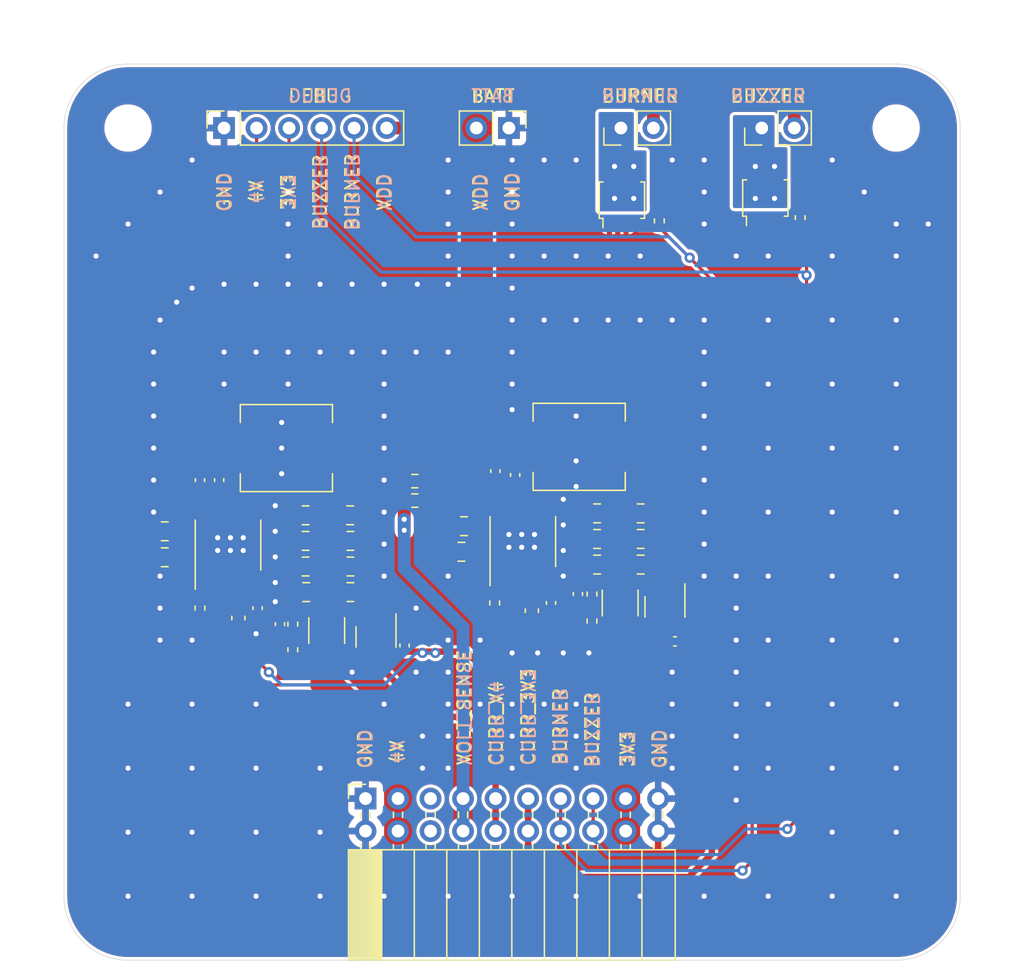
<source format=kicad_pcb>
(kicad_pcb (version 20211014) (generator pcbnew)
  (layers (0 "F.Cu" signal) (31 "B.Cu" signal) (34 "B.Paste" user) (35 "F.Paste" user) (36 "B.SilkS" user "B.Silkscreen") (37 "F.SilkS" user "F.Silkscreen") (38 "B.Mask" user) (39 "F.Mask" user) (44 "Edge.Cuts" user))
  (net 0 "")
  (net 1 "VDD")
  (net 2 "GND")
  (net 3 "/POWER_4V/VREG")
  (net 4 "/POWER_4V/SS")
  (net 5 "Net-(C7-Pad1)")
  (net 6 "Net-(C7-Pad2)")
  (net 7 "Net-(C8-Pad1)")
  (net 8 "/POWER_4V/CUR_P")
  (net 9 "/POWER_3V3/VREG")
  (net 10 "/POWER_3V3/SS")
  (net 11 "Net-(C23-Pad1)")
  (net 12 "Net-(C23-Pad2)")
  (net 13 "Net-(C24-Pad1)")
  (net 14 "/POWER_3V3/CUR_P")
  (net 15 "Net-(J1-Pad1)")
  (net 16 "Net-(J2-Pad1)")
  (net 17 "4V")
  (net 20 "VOLT_SENSE")
  (net 21 "CURR_4V")
  (net 22 "CURR_3V3")
  (net 23 "BURNER")
  (net 24 "BUZZER")
  (net 25 "3V3")
  (net 26 "Net-(R1-Pad2)")
  (net 27 "Net-(R5-Pad2)")
  (footprint "Capacitor_SMD:C_0402_1005Metric" (layer "F.Cu") (at 115.24 67.1 90)
    (fp_text reference "C23" hide)
    (fp_text value "0.1uF")
  )
  (footprint "Capacitor_SMD:C_0805_2012Metric" (layer "F.Cu") (at 98.87 72.25 180)
    (fp_text reference "C14" hide)
    (fp_text value "10uF")
  )
  (footprint "Capacitor_SMD:C_0805_2012Metric" (layer "F.Cu") (at 125.04 72.1)
    (fp_text reference "C26" hide)
    (fp_text value "10uF")
  )
  (footprint "Capacitor_SMD:C_0805_2012Metric" (layer "F.Cu") (at 121.64 72.1 180)
    (fp_text reference "C27" hide)
    (fp_text value "10uF")
  )
  (footprint "Package_TO_SOT_SMD:SOT-23-5" (layer "F.Cu") (at 126.94 77.4 -90)
    (fp_text reference "U3" hide)
    (fp_text value "INA180A3")
  )
  (footprint "Capacitor_SMD:C_0805_2012Metric" (layer "F.Cu") (at 87.87 73.53 180)
    (fp_text reference "C4" hide)
    (fp_text value "10uF")
  )
  (footprint "Package_SO:HSOP-8-1EP_3.9x4.9mm_P1.27mm_EP2.41x3.1mm" (layer "F.Cu") (at 92.81 72.57 90)
    (fp_text reference "U2" hide)
    (fp_text value "BD9D320EFJ")
  )
  (footprint "Package_TO_SOT_SMD:LFPAK33" (layer "F.Cu") (at 134.78 45.665 90)
    (fp_text reference "Q1" hide)
    (fp_text value "PSMN7R0")
  )
  (footprint "Capacitor_SMD:C_0402_1005Metric" (layer "F.Cu") (at 106.6 80.42 90)
    (fp_text reference "C3" hide)
    (fp_text value "0.1uF")
  )
  (footprint "Package_TO_SOT_SMD:LFPAK33" (layer "F.Cu") (at 123.574 45.835 90)
    (fp_text reference "Q2" hide)
    (fp_text value "PSMN7R0")
  )
  (footprint "Capacitor_SMD:C_0402_1005Metric" (layer "F.Cu") (at 113.7 66.8 90)
    (fp_text reference "C22" hide)
    (fp_text value "0.1uF")
  )
  (footprint "Resistor_SMD:R_0402_1005Metric" (layer "F.Cu") (at 121.24 76.4 90)
    (fp_text reference "R6" hide)
    (fp_text value "66.5k")
  )
  (footprint "Capacitor_SMD:C_0805_2012Metric" (layer "F.Cu") (at 87.87 71.5 180)
    (fp_text reference "C1" hide)
    (fp_text value "10uF")
  )
  (footprint "Connector_PinSocket_2.54mm:PinSocket_2x10_P2.54mm_Horizontal" (layer "F.Cu") (at 103.55 92.375 90)
    (fp_text reference "J4" hide)
    (fp_text value "BAKCBONE")
  )
  (footprint "Capacitor_SMD:C_0805_2012Metric" (layer "F.Cu") (at 121.64 70.1 180)
    (fp_text reference "C30" hide)
    (fp_text value "10uF")
  )
  (footprint "Connector_PinSocket_2.54mm:PinSocket_1x06_P2.54mm_Vertical" (layer "F.Cu") (at 92.5 40 90)
    (fp_text reference "J5" hide)
    (fp_text value "DEB")
  )
  (footprint "Resistor_SMD:R_0402_1005Metric" (layer "F.Cu") (at 113.64 77.1 90)
    (fp_text reference "R5" hide)
    (fp_text value "10k")
  )
  (footprint "Resistor_SMD:R_0402_1005Metric" (layer "F.Cu") (at 121.24 78.51 90)
    (fp_text reference "R7" hide)
    (fp_text value "20k")
  )
  (footprint "Package_TO_SOT_SMD:SOT-23-5" (layer "F.Cu") (at 104.37 79.75 -90)
    (fp_text reference "U1" hide)
    (fp_text value "INA180A3")
  )
  (footprint "Capacitor_SMD:C_0805_2012Metric" (layer "F.Cu") (at 102.37 72.25)
    (fp_text reference "C10" hide)
    (fp_text value "10uF")
  )
  (footprint "Capacitor_SMD:C_0805_2012Metric" (layer "F.Cu") (at 125.04 74.1)
    (fp_text reference "C29" hide)
    (fp_text value "10uF")
  )
  (footprint "Capacitor_SMD:C_0402_1005Metric" (layer "F.Cu") (at 92.12 67.5 90)
    (fp_text reference "C7" hide)
    (fp_text value "0.1uF")
  )
  (footprint "Capacitor_SMD:C_0603_1608Metric" (layer "F.Cu") (at 116.54 77.7 -90)
    (fp_text reference "C18" hide)
    (fp_text value "1uF")
  )
  (footprint "Capacitor_SMD:C_0805_2012Metric" (layer "F.Cu") (at 121.64 74.1)
    (fp_text reference "C25" hide)
    (fp_text value "10uF")
  )
  (footprint "Capacitor_SMD:C_0805_2012Metric" (layer "F.Cu") (at 98.87 70.25)
    (fp_text reference "C13" hide)
    (fp_text value "10uF")
  )
  (footprint "Resistor_SMD:R_0402_1005Metric" (layer "F.Cu") (at 126.5 47.25 90)
    (fp_text reference "R10" hide)
    (fp_text value "10k")
  )
  (footprint "Resistor_SMD:R_0603_1608Metric" (layer "F.Cu") (at 107.4 67.58)
    (fp_text reference "R12" hide)
    (fp_text value "55k")
  )
  (footprint "Capacitor_SMD:C_0805_2012Metric" (layer "F.Cu") (at 102.35 70.25)
    (fp_text reference "C11" hide)
    (fp_text value "10uF")
  )
  (footprint "LOCAL:0508" (layer "F.Cu") (at 100.52 79.25 90)
    (fp_text reference "R4" hide)
    (fp_text value "10mOhm")
  )
  (footprint "MountingHole:MountingHole_3.2mm_M3" (layer "F.Cu") (at 85 40)
    (fp_text reference "H1" hide)
    (fp_text value "MountingHole" hide)
  )
  (footprint "MountingHole:MountingHole_3.2mm_M3" (layer "F.Cu") (at 145 40)
    (fp_text reference "H2" hide)
    (fp_text value "MountingHole" hide)
  )
  (footprint "Capacitor_SMD:C_0805_2012Metric" (layer "F.Cu") (at 98.92 76.25 180)
    (fp_text reference "C12" hide)
    (fp_text value "10uF")
  )
  (footprint "Capacitor_SMD:C_0603_1608Metric" (layer "F.Cu") (at 93.62 78.275 -90)
    (fp_text reference "C2" hide)
    (fp_text value "1uF")
  )
  (footprint "LOCAL:0508" (layer "F.Cu") (at 123.44 77.1 90)
    (fp_text reference "R8" hide)
    (fp_text value "10mOhm")
  )
  (footprint "Capacitor_SMD:C_0805_2012Metric" (layer "F.Cu") (at 102.37 76.25 180)
    (fp_text reference "C9" hide)
    (fp_text value "10uF")
  )
  (footprint "Capacitor_SMD:C_0805_2012Metric" (layer "F.Cu") (at 111.04 73.1 180)
    (fp_text reference "C20" hide)
    (fp_text value "10uF")
  )
  (footprint "Capacitor_SMD:C_0805_2012Metric" (layer "F.Cu") (at 98.87 74.25 180)
    (fp_text reference "C15" hide)
    (fp_text value "10uF")
  )
  (footprint "Resistor_SMD:R_0402_1005Metric" (layer "F.Cu") (at 137.5 47 90)
    (fp_text reference "R9" hide)
    (fp_text value "10k")
  )
  (footprint "LOCAL:HM72L-06306R8" (layer "F.Cu") (at 120.24 64.9 180)
    (fp_text reference "L2" hide)
    (fp_text value "6.7uH")
  )
  (footprint "Connector_PinHeader_2.54mm:PinHeader_1x02_P2.54mm_Vertical" (layer "F.Cu") (at 123.5 40 90)
    (fp_text reference "J2" hide)
    (fp_text value "BURNER")
  )
  (footprint "Capacitor_SMD:C_0402_1005Metric" (layer "F.Cu") (at 118.04 77.1 -90)
    (fp_text reference "C21" hide)
    (fp_text value "4.7nF")
  )
  (footprint "Package_SO:HSOP-8-1EP_3.9x4.9mm_P1.27mm_EP2.41x3.1mm" (layer "F.Cu") (at 115.84 72.3 90)
    (fp_text reference "U4" hide)
    (fp_text value "BD9D320EFJ")
  )
  (footprint "Capacitor_SMD:C_0402_1005Metric" (layer "F.Cu") (at 127.72 80.1 180)
    (fp_text reference "C19" hide)
    (fp_text value "0.1uF")
  )
  (footprint "LOCAL:HM72L-06306R8" (layer "F.Cu") (at 97.37 65 180)
    (fp_text reference "L1" hide)
    (fp_text value "6.8uH")
  )
  (footprint "Capacitor_SMD:C_0402_1005Metric" (layer "F.Cu") (at 96.87 78.75 90)
    (fp_text reference "C8" hide)
    (fp_text value "47pF")
  )
  (footprint "Capacitor_SMD:C_0402_1005Metric" (layer "F.Cu") (at 90.62 67.5 90)
    (fp_text reference "C6" hide)
    (fp_text value "0.1uF")
  )
  (footprint "Connector_PinHeader_2.54mm:PinHeader_1x02_P2.54mm_Vertical" (layer "F.Cu") (at 114.75 40 -90)
    (fp_text reference "J3" hide)
    (fp_text value "BATT")
  )
  (footprint "Resistor_SMD:R_0603_1608Metric" (layer "F.Cu") (at 107.4 69.1 180)
    (fp_text reference "R11" hide)
    (fp_text value "55k")
  )
  (footprint "Capacitor_SMD:C_0805_2012Metric" (layer "F.Cu") (at 111.24 71.1 180)
    (fp_text reference "C17" hide)
    (fp_text value "10uF")
  )
  (footprint "Capacitor_SMD:C_0805_2012Metric" (layer "F.Cu") (at 102.37 74.25)
    (fp_text reference "C16" hide)
    (fp_text value "10uF")
  )
  (footprint "Resistor_SMD:R_0402_1005Metric" (layer "F.Cu") (at 97.87 80.75 90)
    (fp_text reference "R3" hide)
    (fp_text value "20k")
  )
  (footprint "Capacitor_SMD:C_0805_2012Metric" (layer "F.Cu") (at 125.04 70.1)
    (fp_text reference "C28" hide)
    (fp_text value "10uF")
  )
  (footprint "Resistor_SMD:R_0402_1005Metric" (layer "F.Cu") (at 97.87 78.75 90)
    (fp_text reference "R2" hide)
    (fp_text value "84.5k")
  )
  (footprint "Resistor_SMD:R_0402_1005Metric" (layer "F.Cu") (at 90.62 77.5 90)
    (fp_text reference "R1" hide)
    (fp_text value "22k")
  )
  (footprint "Capacitor_SMD:C_0402_1005Metric" (layer "F.Cu") (at 120.14 76.4 90)
    (fp_text reference "C24" hide)
    (fp_text value "47pF")
  )
  (footprint "Capacitor_SMD:C_0402_1005Metric" (layer "F.Cu") (at 95.12 77.5 -90)
    (fp_text reference "C5" hide)
    (fp_text value "4.7nF")
  )
  (footprint "Connector_PinHeader_2.54mm:PinHeader_1x02_P2.54mm_Vertical" (layer "F.Cu") (at 134.5 40 90)
    (fp_text reference "J1" hide)
    (fp_text value "BUZZER")
  )
  (gr_arc (start 80 40) (mid 81.464466 36.464466) (end 85 35) (layer "Edge.Cuts") (width 0.05))
  (gr_line (start 150 40) (end 150 100) (layer "Edge.Cuts") (width 0.05))
  (gr_line (start 145 105) (end 85 105) (layer "Edge.Cuts") (width 0.05))
  (gr_line (start 85 35) (end 145 35) (layer "Edge.Cuts") (width 0.05))
  (gr_arc (start 85 105) (mid 81.464466 103.535534) (end 80 100) (layer "Edge.Cuts") (width 0.05))
  (gr_line (start 80 100) (end 80 40) (layer "Edge.Cuts") (width 0.05))
  (gr_arc (start 150 100) (mid 148.535534 103.535534) (end 145 105) (layer "Edge.Cuts") (width 0.05))
  (gr_arc (start 145 35) (mid 148.535534 36.464466) (end 150 40) (layer "Edge.Cuts") (width 0.05))
  (gr_text "DEBUG" (at 100 37.5) (layer "B.SilkS") (effects (font (size 1 1)) (justify mirror)))
  (gr_text "GND" (at 103.5 88.5 -90) (layer "B.SilkS") (effects (font (size 1 1)) (justify mirror)))
  (gr_text "BUZZER" (at 100 45 -90) (layer "B.SilkS") (effects (font (size 1 1)) (justify mirror)))
  (gr_text "CURR_3V3" (at 116.25 86 -90) (layer "B.SilkS") (effects (font (size 1 1)) (justify mirror)))
  (gr_text "BATT" (at 113.5 37.5) (layer "B.SilkS") (effects (font (size 1 1)) (justify mirror)))
  (gr_text "BUZZER" (at 135 37.5) (layer "B.SilkS") (effects (font (size 1 1)) (justify mirror)))
  (gr_text "VDD" (at 112.5 45 -90) (layer "B.SilkS") (effects (font (size 1 1)) (justify mirror)))
  (gr_text "BURNER" (at 125 37.5) (layer "B.SilkS") (effects (font (size 1 1)) (justify mirror)))
  (gr_text "4V" (at 106 88.75 -90) (layer "B.SilkS") (effects (font (size 1 1)) (justify mirror)))
  (gr_text "BUZZER" (at 121.25 87 -90) (layer "B.SilkS") (effects (font (size 1 1)) (justify mirror)))
  (gr_text "GND" (at 92.5 45 -90) (layer "B.SilkS") (effects (font (size 1 1)) (justify mirror)))
  (gr_text "BURNER" (at 118.75 86.75 -90) (layer "B.SilkS") (effects (font (size 1 1)) (justify mirror)))
  (gr_text "4V" (at 95 45 -90) (layer "B.SilkS") (effects (font (size 1 1)) (justify mirror)))
  (gr_text "3V3" (at 124 88.5 -90) (layer "B.SilkS") (effects (font (size 1 1)) (justify mirror)))
  (gr_text "GND" (at 126.5 88.5 -90) (layer "B.SilkS") (effects (font (size 1 1)) (justify mirror)))
  (gr_text "3V3" (at 97.5 45 -90) (layer "B.SilkS") (effects (font (size 1 1)) (justify mirror)))
  (gr_text "VOLT_SENSE" (at 111.25 85.25 -90) (layer "B.SilkS") (effects (font (size 1 1)) (justify mirror)))
  (gr_text "BURNER" (at 102.5 45 -90) (layer "B.SilkS") (effects (font (size 1 1)) (justify mirror)))
  (gr_text "CURR_V4" (at 113.75 86.5 -90) (layer "B.SilkS") (effects (font (size 1 1)) (justify mirror)))
  (gr_text "GND" (at 115 45 -90) (layer "B.SilkS") (effects (font (size 1 1)) (justify mirror)))
  (gr_text "VDD" (at 105 45 -90) (layer "B.SilkS") (effects (font (size 1 1)) (justify mirror)))
  (gr_text "BURNER" (at 125 37.5) (layer "F.SilkS") (effects (font (size 1 1))))
  (gr_text "BUZZER" (at 100 45 90) (layer "F.SilkS") (effects (font (size 1 1))))
  (gr_text "VOLT_SENSE" (at 111.25 85.25 90) (layer "F.SilkS") (effects (font (size 1 1))))
  (gr_text "4V" (at 95 45 90) (layer "F.SilkS") (effects (font (size 1 1))))
  (gr_text "CURR_3V3" (at 116.25 86 90) (layer "F.SilkS") (effects (font (size 1 1))))
  (gr_text "BURNER" (at 102.5 45 90) (layer "F.SilkS") (effects (font (size 1 1))))
  (gr_text "GND" (at 115 45 90) (layer "F.SilkS") (effects (font (size 1 1))))
  (gr_text "BURNER" (at 118.75 86.75 90) (layer "F.SilkS") (effects (font (size 1 1))))
  (gr_text "GND" (at 103.5 88.5 90) (layer "F.SilkS") (effects (font (size 1 1))))
  (gr_text "VDD" (at 105 45 90) (layer "F.SilkS") (effects (font (size 1 1))))
  (gr_text "GND" (at 126.5 88.5 90) (layer "F.SilkS") (effects (font (size 1 1))))
  (gr_text "BUZZER" (at 135 37.5) (layer "F.SilkS") (effects (font (size 1 1))))
  (gr_text "DEBUG" (at 100 37.5) (layer "F.SilkS") (effects (font (size 1 1))))
  (gr_text "3V3" (at 124 88.5 90) (layer "F.SilkS") (effects (font (size 1 1))))
  (gr_text "BUZZER" (at 121.25 87 90) (layer "F.SilkS") (effects (font (size 1 1))))
  (gr_text "VDD" (at 112.5 45 90) (layer "F.SilkS") (effects (font (size 1 1))))
  (gr_text "GND" (at 92.5 45 90) (layer "F.SilkS") (effects (font (size 1 1))))
  (gr_text "4V" (at 106 88.75 90) (layer "F.SilkS") (effects (font (size 1 1))))
  (gr_text "CURR_V4" (at 113.75 86.5 90) (layer "F.SilkS") (effects (font (size 1 1))))
  (gr_text "BATT" (at 113.5 37.5) (layer "F.SilkS") (effects (font (size 1 1))))
  (gr_text "3V3" (at 97.5 45 90) (layer "F.SilkS") (effects (font (size 1 1))))
  (segment (start 112.21 40) (end 112.19 40.02) (width 1) (layer "F.Cu") (net 1))
  (segment (start 126.04 37.04) (end 126 37) (width 1) (layer "F.Cu") (net 1))
  (segment (start 136 37) (end 137.04 38.04) (width 1) (layer "F.Cu") (net 1))
  (segment (start 112.6112 77.61) (end 113.64 77.61) (width 0.25) (layer "F.Cu") (net 1))
  (segment (start 88.82 76.21) (end 88.82 73.53) (width 0.25) (layer "F.Cu") (net 1))
  (segment (start 112.19 69.01) (end 108.315 69.01) (width 1) (layer "F.Cu") (net 1))
  (segment (start 126 37) (end 124.242081 37) (width 1) (layer "F.Cu") (net 1))
  (segment (start 111.99 73.1) (end 111.99 76.9888) (width 0.25) (layer "F.Cu") (net 1))
  (segment (start 112.21 38.797919) (end 114.007919 37) (width 1) (layer "F.Cu") (net 1))
  (segment (start 112 54) (end 112.19 53.81) (width 1) (layer "F.Cu") (net 1))
  (segment (start 90.62 78.01) (end 88.82 76.21) (width 0.25) (layer "F.Cu") (net 1))
  (segment (start 112.21 40) (end 112.21 38.797919) (width 1) (layer "F.Cu") (net 1))
  (segment (start 126.04 40) (end 126.04 37.04) (width 1) (layer "F.Cu") (net 1))
  (segment (start 89.1 71.22) (end 89.1 56.9) (width 1) (layer "F.Cu") (net 1))
  (segment (start 111.99 76.9888) (end 112.6112 77.61) (width 0.25) (layer "F.Cu") (net 1))
  (segment (start 112.19 52.81) (end 112.19 69.01) (width 1) (layer "F.Cu") (net 1))
  (segment (start 112.19 69.01) (end 112.19 71.1) (width 1) (layer "F.Cu") (net 1))
  (segment (start 112.19 40.02) (end 112.19 52.81) (width 1) (layer "F.Cu") (net 1))
  (segment (start 92 54) (end 112 54) (width 1) (layer "F.Cu") (net 1))
  (segment (start 124.242081 37) (end 136 37) (width 1) (layer "F.Cu") (net 1))
  (segment (start 108.315 69.01) (end 108.225 69.1) (width 1) (layer "F.Cu") (net 1))
  (segment (start 114.007919 37) (end 124.242081 37) (width 1) (layer "F.Cu") (net 1))
  (segment (start 112.19 53.81) (end 112.19 52.81) (width 1) (layer "F.Cu") (net 1))
  (segment (start 89.1 56.9) (end 92 54) (width 1) (layer "F.Cu") (net 1))
  (segment (start 112.21 40) (end 105.2 40) (width 1) (layer "F.Cu") (net 1))
  (segment (start 137.04 38.04) (end 137.04 40) (width 1) (layer "F.Cu") (net 1))
  (segment (start 88.82 71.5) (end 89.1 71.22) (width 1) (layer "F.Cu") (net 1))
  (via (at 119 69) (size 0.8) (drill 0.4) (layers "F.Cu" "B.Cu") (net 2))
  (via (at 130 60) (size 0.8) (drill 0.4) (layers "F.Cu" "B.Cu") (net 2))
  (via (at 117.5 42.5) (size 0.8) (drill 0.4) (layers "F.Cu" "B.Cu") (net 2))
  (via (at 130 70) (size 0.8) (drill 0.4) (layers "F.Cu" "B.Cu") (net 2))
  (via (at 127.5 82.5) (size 0.8) (drill 0.4) (layers "F.Cu" "B.Cu") (net 2))
  (via (at 90 95) (size 0.8) (drill 0.4) (layers "F.Cu" "B.Cu") (net 2))
  (via (at 145 85) (size 0.8) (drill 0.4) (layers "F.Cu" "B.Cu") (net 2))
  (via (at 140 65) (size 0.8) (drill 0.4) (layers "F.Cu" "B.Cu") (net 2))
  (via (at 122.5 55) (size 0.8) (drill 0.4) (layers "F.Cu" "B.Cu") (net 2))
  (via (at 108 87.5) (size 0.8) (drill 0.4) (layers "F.Cu" "B.Cu") (net 2))
  (via (at 145 70) (size 0.8) (drill 0.4) (layers "F.Cu" "B.Cu") (net 2))
  (via (at 140 75) (size 0.8) (drill 0.4) (layers "F.Cu" "B.Cu") (net 2))
  (via (at 97.5 45) (size 0.8) (drill 0.4) (layers "F.Cu" "B.Cu") (net 2))
  (via (at 115 90) (size 0.8) (drill 0.4) (layers "F.Cu" "B.Cu") (net 2))
  (via (at 90 80) (size 0.8) (drill 0.4) (layers "F.Cu" "B.Cu") (net 2))
  (via (at 105 85) (size 0.8) (drill 0.4) (layers "F.Cu" "B.Cu") (net 2))
  (via (at 115 52.5) (size 0.8) (drill 0.4) (layers "F.Cu" "B.Cu") (net 2))
  (via (at 105 75) (size 0.8) (drill 0.4) (layers "F.Cu" "B.Cu") (net 2))
  (via (at 117.5 55) (size 0.8) (drill 0.4) (layers "F.Cu" "B.Cu") (net 2))
  (via (at 93 73) (size 0.8) (drill 0.4) (layers "F.Cu" "B.Cu") (net 2))
  (via (at 110 45) (size 0.8) (drill 0.4) (layers "F.Cu" "B.Cu") (net 2))
  (via (at 115 50) (size 0.8) (drill 0.4) (layers "F.Cu" "B.Cu") (net 2))
  (via (at 90 52.5) (size 0.8) (drill 0.4) (layers "F.Cu" "B.Cu") (net 2))
  (via (at 115 87.5) (size 0.8) (drill 0.4) (layers "F.Cu" "B.Cu") (net 2))
  (via (at 125 100) (size 0.8) (drill 0.4) (layers "F.Cu" "B.Cu") (net 2))
  (via (at 135 80) (size 0.8) (drill 0.4) (layers "F.Cu" "B.Cu") (net 2))
  (via (at 135 70) (size 0.8) (drill 0.4) (layers "F.Cu" "B.Cu") (net 2))
  (via (at 140 55) (size 0.8) (drill 0.4) (layers "F.Cu" "B.Cu") (net 2))
  (via (at 135 90) (size 0.8) (drill 0.4) (layers "F.Cu" "B.Cu") (net 2))
  (via (at 102.5 52.2) (size 0.8) (drill 0.4) (layers "F.Cu" "B.Cu") (net 2))
  (via (at 115 62) (size 0.8) (drill 0.4) (layers "F.Cu" "B.Cu") (net 2))
  (via (at 117 81) (size 0.8) (drill 0.4) (layers "F.Cu" "B.Cu") (net 2))
  (via (at 132.5 50) (size 0.8) (drill 0.4) (layers "F.Cu" "B.Cu") (net 2))
  (via (at 132.5 87.5) (size 0.8) (drill 0.4) (layers "F.Cu" "B.Cu") (net 2))
  (via (at 145 75) (size 0.8) (drill 0.4) (layers "F.Cu" "B.Cu") (net 2))
  (via (at 92.5 52.2) (size 0.8) (drill 0.4) (layers "F.Cu" "B.Cu") (net 2))
  (via (at 135 100) (size 0.8) (drill 0.4) (layers "F.Cu" "B.Cu") (net 2))
  (via (at 110 82.5) (size 0.8) (drill 0.4) (layers "F.Cu" "B.Cu") (net 2))
  (via (at 115 42.5) (size 0.8) (drill 0.4) (layers "F.Cu" "B.Cu") (net 2))
  (via (at 97.5 60) (size 0.8) (drill 0.4) (layers "F.Cu" "B.Cu") (net 2))
  (via (at 140 85) (size 0.8) (drill 0.4) (layers "F.Cu" "B.Cu") (net 2))
  (via (at 90 85) (size 0.8) (drill 0.4) (layers "F.Cu" "B.Cu") (net 2))
  (via (at 112.5 80) (size 0.8) (drill 0.4) (layers "F.Cu" "B.Cu") (net 2))
  (via (at 100 52.2) (size 0.8) (drill 0.4) (layers "F.Cu" "B.Cu") (net 2))
  (via (at 95 100) (size 0.8) (drill 0.4) (layers "F.Cu" "B.Cu") (net 2))
  (via (at 95 95) (size 0.8) (drill 0.4) (layers "F.Cu" "B.Cu") (net 2))
  (via (at 145 50) (size 0.8) (drill 0.4) (layers "F.Cu" "B.Cu") (net 2))
  (via (at 87 62.5) (size 0.8) (drill 0.4) (layers "F.Cu" "B.Cu") (net 2))
  (via (at 130 45) (size 0.8) (drill 0.4) (layers "F.Cu" "B.Cu") (net 2))
  (via (at 105 57.5) (size 0.8) (drill 0.4) (layers "F.Cu" "B.Cu") (net 2))
  (via (at 132.5 77.5) (size 0.8) (drill 0.4) (layers "F.Cu" "B.Cu") (net 2))
  (via (at 115.75 71.75) (size 0.8) (drill 0.4) (layers "F.Cu" "B.Cu") (net 2))
  (via (at 115 45) (size 0.8) (drill 0.4) (layers "F.Cu" "B.Cu") (net 2))
  (via (at 100 95) (size 0.8) (drill 0.4) (layers "F.Cu" "B.Cu") (net 2))
  (via (at 87 60) (size 0.8) (drill 0.4) (layers "F.Cu" "B.Cu") (net 2))
  (via (at 110 42.5) (size 0.8) (drill 0.4) (layers "F.Cu" "B.Cu") (net 2))
  (via (at 145 95) (size 0.8) (drill 0.4) (layers "F.Cu" "B.Cu") (net 2))
  (via (at 105 60) (size 0.8) (drill 0.4) (layers "F.Cu" "B.Cu") (net 2))
  (via (at 102.5 82.5) (size 0.8) (drill 0.4) (layers "F.Cu" "B.Cu") (net 2))
  (via (at 132.5 92.5) (size 0.8) (drill 0.4) (layers "F.Cu" "B.Cu") (net 2))
  (via (at 130 100) (size 0.8) (drill 0.4) (layers "F.Cu" "B.Cu") (net 2))
  (via (at 92.5 60) (size 0.8) (drill 0.4) (layers "F.Cu" "B.Cu") (net 2))
  (via (at 115 47.5) (size 0.8) (drill 0.4) (layers "F.Cu" "B.Cu") (net 2))
  (via (at 120 50) (size 0.8) (drill 0.4) (layers "F.Cu" "B.Cu") (net 2))
  (via (at 95 90) (size 0.8) (drill 0.4) (layers "F.Cu" "B.Cu") (net 2))
  (via (at 110 75) (size 0.8) (drill 0.4) (layers "F.Cu" "B.Cu") (net 2))
  (via (at 115.75 72.75) (size 0.8) (drill 0.4) (layers "F.Cu" "B.Cu") (net 2))
  (via (at 95 79.5) (size 0.8) (drill 0.4) (layers "F.Cu" "B.Cu") (net 2))
  (via (at 105 62.5) (size 0.8) (drill 0.4) (layers "F.Cu" "B.Cu") (net 2))
  (via (at 95 52.2) (size 0.8) (drill 0.4) (layers "F.Cu" "B.Cu") (net 2))
  (via (at 145 47.5) (size 0.8) (drill 0.4) (layers "F.Cu" "B.Cu") (net 2))
  (via (at 87 70) (size 0.8) (drill 0.4) (layers "F.Cu" "B.Cu") (net 2))
  (via (at 96.5 73.5) (size 0.8) (drill 0.4) (layers "F.Cu" "B.Cu") (net 2))
  (via (at 135 65) (size 0.8) (drill 0.4) (layers "F.Cu" "B.Cu") (net 2))
  (via (at 110 90) (size 0.8) (drill 0.4) (layers "F.Cu" "B.Cu") (net 2))
  (via (at 115 100) (size 0.8) (drill 0.4) (layers "F.Cu" "B.Cu") (net 2))
  (via (at 85 100) (size 0.8) (drill 0.4) (layers "F.Cu" "B.Cu") (net 2))
  (via (at 120 68) (size 0.8) (drill 0.4) (layers "F.Cu" "B.Cu") (net 2))
  (via (at 100 57.5) (size 0.8) (drill 0.4) (layers "F.Cu" "B.Cu") (net 2))
  (via (at 100 90) (size 0.8) (drill 0.4) (layers "F.Cu" "B.Cu") (net 2))
  (via (at 115 81) (size 0.8) (drill 0.4) (layers "F.Cu" "B.Cu") (net 2))
  (via (at 132.5 82.5) (size 0.8) (drill 0.4) (layers "F.Cu" "B.Cu") (net 2))
  (via (at 96.5 71.5) (size 0.8) (drill 0.4) (layers "F.Cu" "B.Cu") (net 2))
  (via (at 140 80) (size 0.8) (drill 0.4) (layers "F.Cu" "B.Cu") (net 2))
  (via (at 110 52.2) (size 0.8) (drill 0.4) (layers "F.Cu" "B.Cu") (net 2))
  (via (at 93 72) (size 0.8) (drill 0.4) (layers "F.Cu" "B.Cu") (net 2))
  (via (at 145 80) (size 0.8) (drill 0.4) (layers "F.Cu" "B.Cu") (net 2))
  (via (at 97 67) (size 0.8) (drill 0.4) (layers "F.Cu" "B.Cu") (net 2))
  (via (at 120 42.5) (size 0.8) (drill 0.4) (layers "F.Cu" "B.Cu") (net 2))
  (via (at 145 55) (size 0.8) (drill 0.4) (layers "F.Cu" "B.Cu") (net 2))
  (via (at 96.5 69.5) (size 0.8) (drill 0.4) (layers "F.Cu" "B.Cu") (net 2))
  (via (at 145 90) (size 0.8) (drill 0.4) (layers "F.Cu" "B.Cu") (net 2))
  (via (at 145 60) (size 0.8) (drill 0.4) (layers "F.Cu" "B.Cu") (net 2))
  (via (at 119 73) (size 0.8) (drill 0.4) (layers "F.Cu" "B.Cu") (net 2))
  (via (at 119 81) (size 0.8) (drill 0.4) (layers "F.Cu" "B.Cu") (net 2))
  (via (at 125 50) (size 0.8) (drill 0.4) (layers "F.Cu" "B.Cu") (net 2))
  (via (at 120 55) (size 0.8) (drill 0.4) (layers "F.Cu" "B.Cu") (net 2))
  (via (at 135 60) (size 0.8) (drill 0.4) (layers "F.Cu" "B.Cu") (net 2))
  (via (at 120 87.5) (size 0.8) (drill 0.4) (layers "F.Cu" "B.Cu") (net 2))
  (via (at 145 100) (size 0.8) (drill 0.4) (layers "F.Cu" "B.Cu") (net 2))
  (via (at 97.5 52.2) (size 0.8) (drill 0.4) (layers "F.Cu" "B.Cu") (net 2))
  (via (at 135 75) (size 0.8) (drill 0.4) (layers "F.Cu" "B.Cu") (net 2))
  (via (at 120 66) (size 0.8) (drill 0.4) (layers "F.Cu" "B.Cu") (net 2))
  (via (at 116.75 71.75) (size 0.8) (drill 0.4) (layers "F.Cu" "B.Cu") (net 2))
  (via (at 135 85) (size 0.8) (drill 0.4) (layers "F.Cu" "B.Cu") (net 2))
  (via (at 130 55) (size 0.8) (drill 0.4) (layers "F.Cu" "B.Cu") (net 2))
  (via (at 140 42.5) (size 0.8) (drill 0.4) (layers "F.Cu" "B.Cu") (net 2))
  (via (at 117.5 50) (size 0.8) (drill 0.4) (layers "F.Cu" "B.Cu") (net 2))
  (via (at 121 81) (size 0.8) (drill 0.4) (layers "F.Cu" "B.Cu") (net 2))
  (via (at 87.5 80) (size 0.8) (drill 0.4) (layers "F.Cu" "B.Cu") (net 2))
  (via (at 127.5 90) (size 0.8) (drill 0.4) (layers "F.Cu" "B.Cu") (net 2))
  (via (at 119 75) (size 0.8) (drill 0.4) (layers "F.Cu" "B.Cu") (net 2))
  (via (at 96.5 77) (size 0.8) (drill 0.4) (layers "F.Cu" "B.Cu") (net 2))
  (via (at 114.75 72.75) (size 0.8) (drill 0.4) (layers "F.Cu" "B.Cu") (net 2))
  (via (at 105 70) (size 0.8) (drill 0.4) (layers "F.Cu" "B.Cu") (net 2))
  (via (at 120 85) (size 0.8) (drill 0.4) (layers "F.Cu" "B.Cu") (net 2))
  (via (at 110 85) (size 0.8) (drill 0.4) (layers "F.Cu" "B.Cu") (net 2))
  (via (at 92.5 57.5) (size 0.8) (drill 0.4) (layers "F.Cu" "B.Cu") (net 2))
  (via (at 130 62.5) (size 0.8) (drill 0.4) (layers "F.Cu" "B.Cu") (net 2))
  (via (at 110 50) (size 0.8) (drill 0.4) (layers "F.Cu" "B.Cu") (net 2))
  (via (at 105 52.2) (size 0.8) (drill 0.4) (layers "F.Cu" "B.Cu") (net 2))
  (via (at 85 85) (size 0.8) (drill 0.4) (layers "F.Cu" "B.Cu") (net 2))
  (via (at 87.5 75) (size 0.8) (drill 0.4) (layers "F.Cu" "B.Cu") (net 2))
  (via (at 97.5 47.5) (size 0.8) (drill 0.4) (layers "F.Cu" "B.Cu") (net 2))
  (via (at 90 42.5) (size 0.8) (drill 0.4) (layers "F.Cu" "B.Cu") (net 2))
  (via (at 85 47.5) (size 0.8) (drill 0.4) (layers "F.Cu" "B.Cu") (net 2))
  (via (at 140 60) (size 0.8) (drill 0.4) (layers "F.Cu" "B.Cu") (net 2))
  (via (at 105 65) (size 0.8) (drill 0.4) (layers "F.Cu" "B.Cu") (net 2))
  (via (at 115 57.5) (size 0.8) (drill 0.4) (layers "F.Cu" "B.Cu") (net 2))
  (via (at 115 85) (size 0.8) (drill 0.4) (layers "F.Cu" "B.Cu") (net 2))
  (via (at 107.6 52.2) (size 0.8) (drill 0.4) (layers "F.Cu" "B.Cu") (net 2))
  (via (at 88.8 53.6) (size 0.8) (drill 0.4) (layers "F.Cu" "B.Cu") (net 2))
  (via (at 87 57.5) (size 0.8) (drill 0.4) (layers "F.Cu" "B.Cu") (net 2))
  (via (at 107.5 77.5) (size 0.8) (drill 0.4) (layers "F.Cu" "B.Cu") (net 2))
  (via (at 110 80) (size 0.8) (drill 0.4) (layers "F.Cu" "B.Cu") (net 2))
  (via (at 95 57.5) (size 0.8) (drill 0.4) (layers "F.Cu" "B.Cu") (net 2))
  (via (at 94 73) (size 0.8) (drill 0.4) (layers "F.Cu" "B.Cu") (net 2))
  (via (at 130 42.5) (size 0.8) (drill 0.4) (layers "F.Cu" "B.Cu") (net 2))
  (via (at 112.5 85) (size 0.8) (drill 0.4) (layers "F.Cu" "B.Cu") (net 2))
  (via (at 110 47.5) (size 0.8) (drill 0.4) (layers "F.Cu" "B.Cu") (net 2))
  (via (at 107.5 57.5) (size 0.8) (drill 0.4) (layers "F.Cu" "B.Cu") (net 2))
  (via (at 114.75 71.75) (size 0.8) (drill 0.4) (layers "F.Cu" "B.Cu") (net 2))
  (via (at 120 100) (size 0.8) (drill 0.4) (layers "F.Cu" "B.Cu") (net 2))
  (via (at 110 100) (size 0.8) (drill 0.4) (layers "F.Cu" "B.Cu") (net 2))
  (via (at 95 85) (size 0.8) (drill 0.4) (layers "F.Cu" "B.Cu") (net 2))
  (via (at 92 73) (size 0.8) (drill 0.4) (layers "F.Cu" "B.Cu") (net 2))
  (via (at 140 100) (size 0.8) (drill 0.4) (layers "F.Cu" "B.Cu") (net 2))
  (via (at 127.5 55) (size 0.8) (drill 0.4) (layers "F.Cu" "B.Cu") (net 2))
  (via (at 142.5 45) (size 0.8) (drill 0.4) (layers "F.Cu" "B.Cu") (net 2))
  (via (at 147.5 47.5) (size 0.8) (drill 0.4) (layers "F.Cu" "B.Cu") (net 2))
  (via (at 130 75) (size 0.8) (drill 0.4) (layers "F.Cu" "B.Cu") (net 2))
  (via (at 96.5 75.5) (size 0.8) (drill 0.4) (layers "F.Cu" "B.Cu") (net 2))
  (via (at 105 72.5) (size 0.8) (drill 0.4) (layers "F.Cu" "B.Cu") (net 2))
  (via (at 135 50) (size 0.8) (drill 0.4) (layers "F.Cu" "B.Cu") (net 2))
  (via (at 97 63) (size 0.8) (drill 0.4) (layers "F.Cu" "B.Cu") (net 2))
  (via (at 87.5 55) (size 0.8) (drill 0.4) (layers "F.Cu" "B.Cu") (net 2))
  (via (at 130 67.5) (size 0.8) (drill 0.4) (layers "F.Cu" "B.Cu") (net 2))
  (via (at 85 90) (size 0.8) (drill 0.4) (layers "F.Cu" "B.Cu") (net 2))
  (via (at 130 72.5) (size 0.8) (drill 0.4) (layers "F.Cu" "B.Cu") (net 2))
  (via (at 117.5 85) (size 0.8) (drill 0.4) (layers "F.Cu" "B.Cu") (net 2))
  (via (at 127.5 87.5) (size 0.8) (drill 0.4) (layers "F.Cu" "B.Cu") (net 2))
  (via (at 105 67.5) (size 0.8) (drill 0.4) (layers "F.Cu" "B.Cu") (net 2))
  (via (at 125 55) (size 0.8) (drill 0.4) (layers "F.Cu" "B.Cu") (net 2))
  (via (at 122.5 50) (size 0.8) (drill 0.4) (layers "F.Cu" "B.Cu") (net 2))
  (via (at 92 72) (size 0.8) (drill 0.4) (layers "F.Cu" "B.Cu") (net 2))
  (via (at 102.5 57.5) (size 0.8) (drill 0.4) (layers "F.Cu" "B.Cu") (net 2))
  (via (at 100 100) (size 0.8) (drill 0.4) (layers "F.Cu" "B.Cu") (net 2))
  (via (at 115 60) (size 0.8) (drill 0.4) (layers "F.Cu" "B.Cu") (net 2))
  (via (at 110 87.5) (size 0.8) (drill 0.4) (layers "F.Cu" "B.Cu") (net 2))
  (via (at 90 90) (size 0.8) (drill 0.4) (layers "F.Cu" "B.Cu") (net 2))
  (via (at 130 65) (size 0.8) (drill 0.4) (layers "F.Cu" "B.Cu") (net 2))
  (via (at 87.5 77.5) (size 0.8) (drill 0.4) (layers "F.Cu" "B.Cu") (net 2))
  (via (at 127.5 42.5) (size 0.8) (drill 0.4) (layers "F.Cu" "B.Cu") (net 2))
  (via (at 108 90) (size 0.8) (drill 0.4) (layers "F.Cu" "B.Cu") (net 2))
  (via (at 97.5 57.5) (size 0.8) (drill 0.4) (layers "F.Cu" "B.Cu") (net 2))
  (via (at 82.5 50) (size 0.8) (drill 0.4) (layers "F.Cu" "B.Cu") (net 2))
  (via (at 87.5 45) (size 0.8) (drill 0.4) (layers "F.Cu" "B.Cu") (net 2))
  (via (at 132.5 90) (size 0.8) (drill 0.4) (layers "F.Cu" "B.Cu") (net 2))
  (via (at 110 57.5) (size 0.8) (drill 0.4) (layers "F.Cu" "B.Cu") (net 2))
  (via (at 85 95) (size 0.8) (drill 0.4) (layers "F.Cu" "B.Cu") (net 2))
  (via (at 130 47.5) (size 0.8) (drill 0.4) (layers "F.Cu" "B.Cu") (net 2))
  (via (at 120 62.5) (size 0.8) (drill 0.4) (layers "F.Cu" "B.Cu") (net 2))
  (via (at 132.5 80) (size 0.8) (drill 0.4) (layers "F.Cu" "B.Cu") (net 2))
  (via (at 120 90) (size 0.8) (drill 0.4) (layers "F.Cu" "B.Cu") (net 2))
  (via (at 87 67.5) (size 0.8) (drill 0.4) (layers "F.Cu" "B.Cu") (net 2))
  (via (at 97.5 50) (size 0.8) (drill 0.4) (layers "F.Cu" "B.Cu") (net 2))
  (via (at 127.5 85) (size 0.8) (drill 0.4) (layers "F.Cu" "B.Cu") (net 2))
  (via (at 140 95) (size 0.8) (drill 0.4) (layers "F.Cu" "B.Cu") (net 2))
  (via (at 135 55) (size 0.8) (drill 0.4) (layers "F.Cu" "B.Cu") (net 2))
  (via (at 105 100) (size 0.8) (drill 0.4) (layers "F.Cu" "B.Cu") (net 2))
  (via (at 90 100) (size 0.8) (drill 0.4) (layers "F.Cu" "B.Cu") (net 2))
  (via (at 140 50) (size 0.8) (drill 0.4) (layers "F.Cu" "B.Cu") (net 2))
  (via (at 119 71) (size 0.8) (drill 0.4) (layers "F.Cu" "B.Cu") (net 2))
  (via (at 94 72) (size 0.8) (drill 0.4) (layers "F.Cu" "B.Cu") (net 2))
  (via (at 87 65) (size 0.8) (drill 0.4) (layers "F.Cu" "B.Cu") (net 2))
  (via (at 132.5 75) (size 0.8) (drill 0.4) (layers "F.Cu" "B.Cu") (net 2))
  (via (at 140 70) (size 0.8) (drill 0.4) (layers "F.Cu" "B.Cu") (net 2))
  (via (at 97 65) (size 0.8) (drill 0.4) (layers "F.Cu" "B.Cu") (net 2))
  (via (at 116.75 72.75) (size 0.8) (drill 0.4) (layers "F.Cu" "B.Cu") (net 2))
  (via (at 107.5 82.5) (size 0.8) (drill 0.4) (layers "F.Cu" "B.Cu") (net 2))
  (via (at 115 55) (size 0.8) (drill 0.4) (layers "F.Cu" "B.Cu") (net 2))
  (via (at 140 90) (size 0.8) (drill 0.4) (layers "F.Cu" "B.Cu") (net 2))
  (via (at 130 57.5) (size 0.8) (drill 0.4) (layers "F.Cu" "B.Cu") (net 2))
  (via (at 145 65) (size 0.8) (drill 0.4) (layers "F.Cu" "B.Cu") (net 2))
  (via (at 132.5 85) (size 0.8) (drill 0.4) (layers "F.Cu" "B.Cu") (net 2))
  (segment (start 93.445 77.325) (end 93.62 77.5) (width 0.75) (layer "F.Cu") (net 3))
  (segment (start 93.445 75.22) (end 93.445 77.325) (width 0.75) (layer "F.Cu") (net 3))
  (segment (start 94.715 75.22) (end 94.715 76.615) (width 0.75) (layer "F.Cu") (net 4))
  (segment (start 94.715 76.615) (end 95.12 77.02) (width 0.75) (layer "F.Cu") (net 4))
  (segment (start 92.12 67.98) (end 92.12 69.865) (width 0.75) (layer "F.Cu") (net 5))
  (segment (start 92.12 69.865) (end 92.175 69.92) (width 0.75) (layer "F.Cu") (net 5))
  (segment (start 97.87 79.26) (end 96.9 79.26) (width 0.25) (layer "F.Cu") (net 7))
  (segment (start 92.175 79.805) (end 92.175 75.22) (width 0.25) (layer "F.Cu") (net 7))
  (segment (start 92.92 80.55) (end 92.175 79.805) (width 0.25) (layer "F.Cu") (net 7))
  (segment (start 96.87 80.2) (end 96.52 80.55) (width 0.25) (layer "F.Cu") (net 7))
  (segment (start 96.52 80.55) (end 92.92 80.55) (width 0.25) (layer "F.Cu") (net 7))
  (segment (start 96.9 79.26) (end 96.87 79.23) (width 0.25) (layer "F.Cu") (net 7))
  (segment (start 96.87 79.23) (end 96.87 80.2) (width 0.25) (layer "F.Cu") (net 7))
  (segment (start 97.87 79.26) (end 97.87 80.24) (width 0.25) (layer "F.Cu") (net 7))
  (segment (start 100.52 78.35) (end 103.1575 78.35) (width 0.25) (layer "F.Cu") (net 8))
  (segment (start 103.1575 78.35) (end 103.42 78.6125) (width 0.25) (layer "F.Cu") (net 8))
  (segment (start 96.87 78.27) (end 100.44 78.27) (width 0.25) (layer "F.Cu") (net 8))
  (segment (start 100.44 78.27) (end 100.52 78.35) (width 0.25) (layer "F.Cu") (net 8))
  (segment (start 116.475 76.86) (end 116.54 76.925) (width 0.5) (layer "F.Cu") (net 9))
  (segment (start 116.475 74.95) (end 116.475 76.86) (width 0.5) (layer "F.Cu") (net 9))
  (segment (start 117.745 74.95) (end 117.745 76.325) (width 0.5) (layer "F.Cu") (net 10))
  (segment (start 117.745 76.325) (end 118.04 76.62) (width 0.5) (layer "F.Cu") (net 10))
  (segment (start 115.205 69.65) (end 115.205 67.615) (width 0.5) (layer "F.Cu") (net 11))
  (segment (start 115.205 67.615) (end 115.24 67.58) (width 0.5) (layer "F.Cu") (net 11))
  (segment (start 120.14 76.88) (end 120.14 78.6) (width 0.25) (layer "F.Cu") (net 13))
  (segment (start 120.17 76.91) (end 120.14 76.88) (width 0.25) (layer "F.Cu") (net 13))
  (segment (start 121.24 76.91) (end 121.24 78) (width 0.25) (layer "F.Cu") (net 13))
  (segment (start 120.14 78.6) (end 118.94 79.8) (width 0.25) (layer "F.Cu") (net 13))
  (segment (start 121.24 76.91) (end 120.17 76.91) (width 0.25) (layer "F.Cu") (net 13))
  (segment (start 118.94 79.8) (end 115.94 79.8) (width 0.25) (layer "F.Cu") (net 13))
  (segment (start 115.205 79.065) (end 115.205 74.95) (width 0.25) (layer "F.Cu") (net 13))
  (segment (start 115.94 79.8) (end 115.205 79.065) (width 0.25) (layer "F.Cu") (net 13))
  (segment (start 125.99 76.2625) (end 123.5025 76.2625) (width 0.25) (layer "F.Cu") (net 14))
  (segment (start 123.5025 76.2625) (end 123.44 76.2) (width 0.25) (layer "F.Cu") (net 14))
  (segment (start 123.16 75.92) (end 123.44 76.2) (width 0.25) (layer "F.Cu") (net 14))
  (segment (start 120.14 75.92) (end 123.16 75.92) (width 0.25) (layer "F.Cu") (net 14))
  (via (at 134 45.5) (size 0.8) (drill 0.4) (layers "F.Cu" "B.Cu") (net 15))
  (via (at 135.5 45.5) (size 0.8) (drill 0.4) (layers "F.Cu" "B.Cu") (net 15))
  (via (at 134 43) (size 0.8) (drill 0.4) (layers "F.Cu" "B.Cu") (net 15))
  (via (at 135.5 43) (size 0.8) (drill 0.4) (layers "F.Cu" "B.Cu") (net 15))
  (via (at 123 45.5) (size 0.8) (drill 0.4) (layers "F.Cu" "B.Cu") (net 16))
  (via (at 123 43) (size 0.8) (drill 0.4) (layers "F.Cu" "B.Cu") (net 16))
  (via (at 124.5 45.5) (size 0.8) (drill 0.4) (layers "F.Cu" "B.Cu") (net 16))
  (via (at 124.5 43) (size 0.8) (drill 0.4) (layers "F.Cu" "B.Cu") (net 16))
  (segment (start 84.5 83.5) (end 99.84 83.5) (width 0.25) (layer "F.Cu") (net 17))
  (segment (start 82.5 54) (end 82.5 81.5) (width 0.25) (layer "F.Cu") (net 17))
  (segment (start 95.04 40) (end 95.04 41.46) (width 0.25) (layer "F.Cu") (net 17))
  (segment (start 100.52 82.82) (end 100.52 80.15) (width 1) (layer "F.Cu") (net 17))
  (segment (start 95.04 41.46) (end 82.5 54) (width 0.25) (layer "F.Cu") (net 17))
  (segment (start 102.92 80.15) (end 100.52 80.15) (width 0.25) (layer "F.Cu") (net 17))
  (segment (start 103.42 80.65) (end 102.92 80.15) (width 0.25) (layer "F.Cu") (net 17))
  (segment (start 106.09 88.39) (end 100.52 82.82) (width 1) (layer "F.Cu") (net 17))
  (segment (start 82.5 81.5) (end 84.5 83.5) (width 0.25) (layer "F.Cu") (net 17))
  (segment (start 99.84 83.5) (end 100.52 82.82) (width 0.25) (layer "F.Cu") (net 17))
  (segment (start 103.42 80.8875) (end 103.42 80.65) (width 0.25) (layer "F.Cu") (net 17))
  (segment (start 106.09 94.915) (end 106.09 88.39) (width 1) (layer "F.Cu") (net 17))
  (segment (start 106.575 70.5646) (end 106.575 71.4214) (width 1) (layer "F.Cu") (net 20))
  (segment (start 106.575 69.1) (end 106.575 67.58) (width 1) (layer "F.Cu") (net 20))
  (segment (start 106.575 69.1) (end 106.575 70.5646) (width 1) (layer "F.Cu") (net 20))
  (via (at 106.575 71.4214) (size 0.8) (drill 0.4) (layers "F.Cu" "B.Cu") (net 20))
  (via (at 106.575 70.5646) (size 0.8) (drill 0.4) (layers "F.Cu" "B.Cu") (net 20))
  (segment (start 106.575 74.3992) (end 111.17 78.9942) (width 1) (layer "B.Cu") (net 20))
  (segment (start 111.17 78.9942) (end 111.17 94.915) (width 1) (layer "B.Cu") (net 20))
  (segment (start 106.575 70.5646) (end 106.575 74.3992) (width 1) (layer "B.Cu") (net 20))
  (segment (start 113.71 88.31) (end 113.71 92.375) (width 0.5) (layer "F.Cu") (net 21))
  (segment (start 108.6 86) (end 111.4 86) (width 0.5) (layer "F.Cu") (net 21))
  (segment (start 111.4 86) (end 113.71 88.31) (width 0.5) (layer "F.Cu") (net 21))
  (segment (start 104.4 81.791228) (end 104.395614 81.795614) (width 0.5) (layer "F.Cu") (net 21))
  (segment (start 105.32 79.376472) (end 104.4 80.296472) (width 0.5) (layer "F.Cu") (net 21))
  (segment (start 113.71 92.375) (end 113.71 94.915) (width 0.5) (layer "F.Cu") (net 21))
  (segment (start 105.32 78.6125) (end 105.32 79.376472) (width 0.5) (layer "F.Cu") (net 21))
  (segment (start 104.4 80.296472) (end 104.4 81.791228) (width 0.5) (layer "F.Cu") (net 21))
  (segment (start 104.395614 81.795614) (end 108.6 86) (width 0.5) (layer "F.Cu") (net 21))
  (segment (start 117.3 98.5) (end 116.25 97.45) (width 0.5) (layer "F.Cu") (net 22))
  (segment (start 116.25 97.45) (end 116.25 92.375) (width 0.5) (layer "F.Cu") (net 22))
  (segment (start 128.8 98.5) (end 117.3 98.5) (width 0.5) (layer "F.Cu") (net 22))
  (segment (start 127.89 76.2625) (end 128.3625 76.2625) (width 0.5) (layer "F.Cu") (net 22))
  (segment (start 128.3625 76.2625) (end 130.6 78.5) (width 0.5) (layer "F.Cu") (net 22))
  (segment (start 130.6 78.5) (end 130.6 96.7) (width 0.5) (layer "F.Cu") (net 22))
  (segment (start 130.6 96.7) (end 128.8 98.5) (width 0.5) (layer "F.Cu") (net 22))
  (segment (start 118.79 94.915) (end 118.79 92.375) (width 0.25) (layer "F.Cu") (net 23))
  (segment (start 126.5 47.76) (end 124.939 47.76) (width 0.25) (layer "F.Cu") (net 23))
  (segment (start 124.939 47.76) (end 124.549 47.37) (width 0.25) (layer "F.Cu") (net 23))
  (segment (start 133.75 55.01) (end 128.87 50.13) (width 0.25) (layer "F.Cu") (net 23))
  (segment (start 133.75 97.25) (end 133.75 55.01) (width 0.25) (layer "F.Cu") (net 23))
  (segment (start 133 98) (end 133.75 97.25) (width 0.25) (layer "F.Cu") (net 23))
  (segment (start 128.87 50.13) (end 126.5 47.76) (width 0.25) (layer "F.Cu") (net 23))
  (via (at 133 98) (size 0.8) (drill 0.4) (layers "F.Cu" "B.Cu") (net 23))
  (via (at 128.87 50.13) (size 0.8) (drill 0.4) (layers "F.Cu" "B.Cu") (net 23))
  (segment (start 107.5 48.5) (end 102.66 43.66) (width 0.25) (layer "B.Cu") (net 23))
  (segment (start 118.79 95.9775) (end 118.79 94.915) (width 0.25) (layer "B.Cu") (net 23))
  (segment (start 133 98) (end 120.8125 98) (width 0.25) (layer "B.Cu") (net 23))
  (segment (start 102.66 43.66) (end 102.66 40) (width 0.25) (layer "B.Cu") (net 23))
  (segment (start 128.87 50.13) (end 127.24 48.5) (width 0.25) (layer "B.Cu") (net 23))
  (segment (start 127.24 48.5) (end 107.5 48.5) (width 0.25) (layer "B.Cu") (net 23))
  (segment (start 120.8125 98) (end 118.79 95.9775) (width 0.25) (layer "B.Cu") (net 23))
  (segment (start 136.5 94.75) (end 138 93.25) (width 0.25) (layer "F.Cu") (net 24))
  (segment (start 137.5 47.51) (end 136.065 47.51) (width 0.25) (layer "F.Cu") (net 24))
  (segment (start 121.33 94.915) (end 121.33 92.375) (width 0.25) (layer "F.Cu") (net 24))
  (segment (start 138 51.5) (end 138 48.01) (width 0.25) (layer "F.Cu") (net 24))
  (segment (start 138 93.25) (end 138 51.5) (width 0.25) (layer "F.Cu") (net 24))
  (segment (start 136.065 47.51) (end 135.755 47.2) (width 0.25) (layer "F.Cu") (net 24))
  (segment (start 138 48.01) (end 137.5 47.51) (width 0.25) (layer "F.Cu") (net 24))
  (via (at 136.5 94.75) (size 0.8) (drill 0.4) (layers "F.Cu" "B.Cu") (net 24))
  (via (at 138 51.5) (size 0.8) (drill 0.4) (layers "F.Cu" "B.Cu") (net 24))
  (segment (start 138 51.5) (end 137.75 51.25) (width 0.25) (layer "B.Cu") (net 24))
  (segment (start 104.75 51.25) (end 100.12 46.62) (width 0.25) (layer "B.Cu") (net 24))
  (segment (start 136.5 94.75) (end 133.25 94.75) (width 0.25) (layer "B.Cu") (net 24))
  (segment (start 137.75 51.25) (end 104.75 51.25) (width 0.25) (layer "B.Cu") (net 24))
  (segment (start 121.33 95.58) (end 121.33 94.915) (width 0.25) (layer "B.Cu") (net 24))
  (segment (start 133.25 94.75) (end 131.25 96.75) (width 0.25) (layer "B.Cu") (net 24))
  (segment (start 100.12 46.62) (end 100.12 40) (width 0.25) (layer "B.Cu") (net 24))
  (segment (start 122.5 96.75) (end 121.33 95.58) (width 0.25) (layer "B.Cu") (net 24))
  (segment (start 131.25 96.75) (end 122.5 96.75) (width 0.25) (layer "B.Cu") (net 24))
  (segment (start 128.2 80.1) (end 128.2 78.8475) (width 0.5) (layer "F.Cu") (net 25))
  (segment (start 106.6 80.9) (end 110.3 80.9) (width 0.5) (layer "F.Cu") (net 25))
  (segment (start 123.44 82.5) (end 123.44 78) (width 1) (layer "F.Cu") (net 25))
  (segment (start 84.5 54.25) (end 84.5 80.5) (width 0.25) (layer "F.Cu") (net 25))
  (segment (start 97.58 41.17) (end 84.5 54.25) (width 0.25) (layer "F.Cu") (net 25))
  (segment (start 125.4525 78) (end 125.99 78.5375) (width 0.25) (layer "F.Cu") (net 25))
  (segment (start 123.87 88.47) (end 123.44 88.04) (width 1) (layer "F.Cu") (net 25))
  (segment (start 97.58 40) (end 97.58 41.17) (width 0.25) (layer "F.Cu") (net 25))
  (segment (start 95.5 82) (end 96 82.5) (width 0.25) (layer "F.Cu") (net 25))
  (segment (start 105.32 80.8875) (end 106.5875 80.8875) (width 0.5) (layer "F.Cu") (net 25))
  (segment (start 110.3 80.9) (end 111.4 80.9) (width 0.5) (layer "F.Cu") (net 25))
  (segment (start 123.08 82.5) (end 123.44 82.14) (width 0.25) (layer "F.Cu") (net 25))
  (segment (start 111.4 80.9) (end 113.04 82.54) (width 0.5) (layer "F.Cu") (net 25))
  (segment (start 125.99 78.5375) (end 127.89 78.5375) (width 0.25) (layer "F.Cu") (net 25))
  (segment (start 113.04 82.54) (end 123.44 82.54) (width 0.5) (layer "F.Cu") (net 25))
  (segment (start 86 82) (end 95.5 82) (width 0.25) (layer "F.Cu") (net 25))
  (segment (start 106.5875 80.8875) (end 106.6 80.9) (width 0.5) (layer "F.Cu") (net 25))
  (segment (start 123.44 88.04) (end 123.44 82.54) (width 1) (layer "F.Cu") (net 25))
  (segment (start 84.5 80.5) (end 86 82) (width 0.25) (layer "F.Cu") (net 25))
  (segment (start 123.87 94.915) (end 123.87 88.47) (width 1) (layer "F.Cu") (net 25))
  (segment (start 128.2 78.8475) (end 127.89 78.5375) (width 0.5) (layer "F.Cu") (net 25))
  (segment (start 123.44 78) (end 125.4525 78) (width 0.25) (layer "F.Cu") (net 25))
  (via (at 108 81) (size 0.8) (drill 0.4) (layers "F.Cu" "B.Cu") (net 25))
  (via (at 96 82.5) (size 0.8) (drill 0.4) (layers "F.Cu" "B.Cu") (net 25))
  (via (at 109 81) (size 0.8) (drill 0.4) (layers "F.Cu" "B.Cu") (net 25))
  (segment (start 107.5 81) (end 108 81) (width 0.25) (layer "B.Cu") (net 25))
  (segment (start 108 81) (end 109 81) (width 0.25) (layer "B.Cu") (net 25))
  (segment (start 97 83.5) (end 105 83.5) (width 0.25) (layer "B.Cu") (net 25))
  (segment (start 96 82.5) (end 97 83.5) (width 0.25) (layer "B.Cu") (net 25))
  (segment (start 105 83.5) (end 107.5 81) (width 0.25) (layer "B.Cu") (net 25))
  (segment (start 90.905 75.22) (end 90.905 76.705) (width 0.75) (layer "F.Cu") (net 26))
  (segment (start 90.905 76.705) (end 90.62 76.99) (width 0.75) (layer "F.Cu") (net 26))
  (segment (start 113.64 76.59) (end 113.64 75.245) (width 0.5) (layer "F.Cu") (net 27))
  (segment (start 113.64 75.245) (end 113.935 74.95) (width 0.5) (layer "F.Cu") (net 27))
  (zone (net 1) (net_name "VDD") (layer "F.Cu") (priority 1) (connect_pads yes (clearance 0.254)) (min_thickness 0.254) (fill yes (thermal_gap 0.508) (thermal_bridge_width 0.508))
    (polygon (pts (xy 113.5 65) (xy 113 65) (xy 113 67.25) (xy 111 67.25) (xy 111 55) (xy 92.5 55) (xy 90 57.5) (xy 90 68) (xy 88 68) (xy 88 56.8) (xy 91.6 53) (xy 111 53) (xy 111 38.75) (xy 113.5 38.75)))
  )
  (zone (net 14) (net_name "/POWER_3V3/CUR_P") (layer "F.Cu") (priority 1) (connect_pads yes (clearance 0.254)) (min_thickness 0.254) (fill yes (thermal_gap 0.508) (thermal_bridge_width 0.508))
    (polygon (pts (xy 124.84 78.75) (xy 122.09 78.75) (xy 122.09 63) (xy 124.84 63)))
  )
  (zone (net 1) (net_name "VDD") (layer "F.Cu") (priority 1) (connect_pads yes (clearance 0.254)) (min_thickness 0.254) (fill yes (thermal_gap 0.508) (thermal_bridge_width 0.508))
    (polygon (pts (xy 114.19 70.6) (xy 112.79 70.6) (xy 112.79 74.1) (xy 111.04 74.1) (xy 111.04 67.1) (xy 114.19 67.1)))
  )
  (zone (net 25) (net_name "3V3") (layer "F.Cu") (priority 1) (connect_pads yes (clearance 0.254)) (min_thickness 0.254) (fill yes (thermal_gap 0.508) (thermal_bridge_width 0.508))
    (polygon (pts (xy 125 96) (xy 122.75 96) (xy 122.75 90.5) (xy 122.25 90.5) (xy 122.25 77.5) (xy 125 77.5)))
  )
  (zone (net 8) (net_name "/POWER_4V/CUR_P") (layer "F.Cu") (priority 1) (connect_pads yes (clearance 0.254)) (min_thickness 0.254) (fill yes (thermal_gap 0.508) (thermal_bridge_width 0.508))
    (polygon (pts (xy 101.87 79) (xy 99.12 79) (xy 99.12 63.25) (xy 101.87 63.25)))
  )
  (zone (net 2) (net_name "GND") (layers F&B.Cu) (connect_pads (clearance 0.254)) (min_thickness 0.254) (fill yes (thermal_gap 0.508) (thermal_bridge_width 0.508))
    (polygon (pts (xy 155 105) (xy 75 105) (xy 75 30) (xy 155 30)))
  )
  (zone (net 12) (net_name "Net-(C23-Pad2)") (layer "F.Cu") (priority 1) (connect_pads yes (clearance 0.254)) (min_thickness 0.254) (fill yes (thermal_gap 0.508) (thermal_bridge_width 0.508))
    (polygon (pts (xy 118.64 68.6) (xy 117.14 68.6) (xy 117.14 70.6) (xy 115.89 70.6) (xy 115.89 67.1) (xy 114.64 67.1) (xy 114.64 63.1) (xy 118.64 63.1)))
  )
  (zone (net 15) (net_name "Net-(J1-Pad1)") (layers F&B.Cu) (priority 1) (connect_pads yes (clearance 0.254)) (min_thickness 0.254) (fill yes (thermal_gap 0.508) (thermal_bridge_width 0.508))
    (polygon (pts (xy 135.5 41.5) (xy 136.5 41.5) (xy 136.5 46.25) (xy 132.25 46.25) (xy 132.25 39) (xy 135.5 39)))
  )
  (zone (net 6) (net_name "Net-(C7-Pad2)") (layer "F.Cu") (priority 1) (connect_pads yes (clearance 0.254)) (min_thickness 0.254) (fill yes (thermal_gap 0.508) (thermal_bridge_width 0.508))
    (polygon (pts (xy 95.62 68.75) (xy 94.12 68.75) (xy 94.12 70.75) (xy 92.87 70.75) (xy 92.87 67.25) (xy 91.62 67.25) (xy 91.62 63.25) (xy 95.62 63.25)))
  )
  (zone (net 17) (net_name "4V") (layer "F.Cu") (priority 1) (connect_pads yes (clearance 0.254)) (min_thickness 0.254) (fill yes (thermal_gap 0.508) (thermal_bridge_width 0.508))
    (polygon (pts (xy 101.75 83) (xy 107.25 88.25) (xy 107.25 96) (xy 105 96) (xy 105 89.5) (xy 99.25 83.75) (xy 99.25 83.75) (xy 99.25 79.5) (xy 101.75 79.5)))
  )
  (zone (net 16) (net_name "Net-(J2-Pad1)") (layers F&B.Cu) (priority 1) (connect_pads yes (clearance 0.254)) (min_thickness 0.254) (fill yes (thermal_gap 0.508) (thermal_bridge_width 0.508))
    (polygon (pts (xy 124.5 41.75) (xy 125.5 41.75) (xy 125.5 46.5) (xy 121.75 46.5) (xy 121.75 38.75) (xy 124.5 38.75)))
  )
  (zone (net 1) (net_name "VDD") (layer "F.Cu") (priority 1) (connect_pads yes (clearance 0.254)) (min_thickness 0.254) (fill yes (thermal_gap 0.508) (thermal_bridge_width 0.508))
    (polygon (pts (xy 91.17 71) (xy 89.87 71) (xy 89.87 74.5) (xy 88.12 74.5) (xy 88.12 67.5) (xy 91.17 67.5)))
  )
)
</source>
